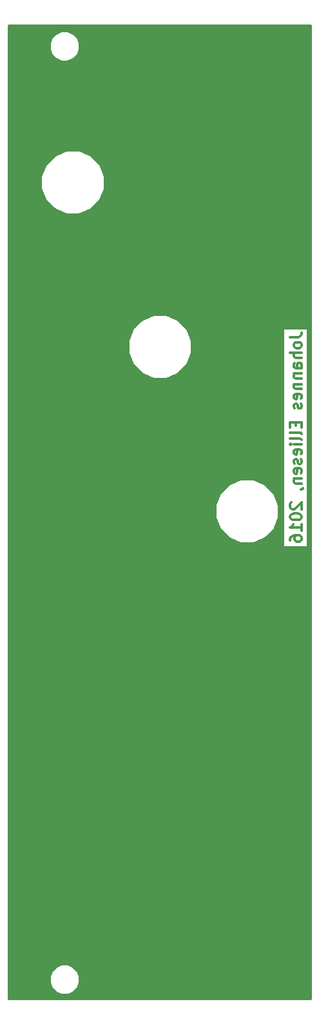
<source format=gbr>
G04 #@! TF.FileFunction,Copper,L2,Bot,Signal*
%FSLAX46Y46*%
G04 Gerber Fmt 4.6, Leading zero omitted, Abs format (unit mm)*
G04 Created by KiCad (PCBNEW 4.0.1-stable) date Samstag, 17. Dezember 2016 'u05' 12:05:26*
%MOMM*%
G01*
G04 APERTURE LIST*
%ADD10C,0.150000*%
%ADD11C,0.300000*%
%ADD12C,7.800000*%
%ADD13C,0.254000*%
G04 APERTURE END LIST*
D10*
D11*
X118053571Y-73346429D02*
X119125000Y-73346429D01*
X119339286Y-73275001D01*
X119482143Y-73132144D01*
X119553571Y-72917858D01*
X119553571Y-72775001D01*
X119553571Y-74275001D02*
X119482143Y-74132143D01*
X119410714Y-74060715D01*
X119267857Y-73989286D01*
X118839286Y-73989286D01*
X118696429Y-74060715D01*
X118625000Y-74132143D01*
X118553571Y-74275001D01*
X118553571Y-74489286D01*
X118625000Y-74632143D01*
X118696429Y-74703572D01*
X118839286Y-74775001D01*
X119267857Y-74775001D01*
X119410714Y-74703572D01*
X119482143Y-74632143D01*
X119553571Y-74489286D01*
X119553571Y-74275001D01*
X119553571Y-75417858D02*
X118053571Y-75417858D01*
X119553571Y-76060715D02*
X118767857Y-76060715D01*
X118625000Y-75989286D01*
X118553571Y-75846429D01*
X118553571Y-75632144D01*
X118625000Y-75489286D01*
X118696429Y-75417858D01*
X119553571Y-77417858D02*
X118767857Y-77417858D01*
X118625000Y-77346429D01*
X118553571Y-77203572D01*
X118553571Y-76917858D01*
X118625000Y-76775001D01*
X119482143Y-77417858D02*
X119553571Y-77275001D01*
X119553571Y-76917858D01*
X119482143Y-76775001D01*
X119339286Y-76703572D01*
X119196429Y-76703572D01*
X119053571Y-76775001D01*
X118982143Y-76917858D01*
X118982143Y-77275001D01*
X118910714Y-77417858D01*
X118553571Y-78132144D02*
X119553571Y-78132144D01*
X118696429Y-78132144D02*
X118625000Y-78203572D01*
X118553571Y-78346430D01*
X118553571Y-78560715D01*
X118625000Y-78703572D01*
X118767857Y-78775001D01*
X119553571Y-78775001D01*
X118553571Y-79489287D02*
X119553571Y-79489287D01*
X118696429Y-79489287D02*
X118625000Y-79560715D01*
X118553571Y-79703573D01*
X118553571Y-79917858D01*
X118625000Y-80060715D01*
X118767857Y-80132144D01*
X119553571Y-80132144D01*
X119482143Y-81417858D02*
X119553571Y-81275001D01*
X119553571Y-80989287D01*
X119482143Y-80846430D01*
X119339286Y-80775001D01*
X118767857Y-80775001D01*
X118625000Y-80846430D01*
X118553571Y-80989287D01*
X118553571Y-81275001D01*
X118625000Y-81417858D01*
X118767857Y-81489287D01*
X118910714Y-81489287D01*
X119053571Y-80775001D01*
X119482143Y-82060715D02*
X119553571Y-82203572D01*
X119553571Y-82489287D01*
X119482143Y-82632144D01*
X119339286Y-82703572D01*
X119267857Y-82703572D01*
X119125000Y-82632144D01*
X119053571Y-82489287D01*
X119053571Y-82275001D01*
X118982143Y-82132144D01*
X118839286Y-82060715D01*
X118767857Y-82060715D01*
X118625000Y-82132144D01*
X118553571Y-82275001D01*
X118553571Y-82489287D01*
X118625000Y-82632144D01*
X118767857Y-84489287D02*
X118767857Y-84989287D01*
X119553571Y-85203573D02*
X119553571Y-84489287D01*
X118053571Y-84489287D01*
X118053571Y-85203573D01*
X119553571Y-86060716D02*
X119482143Y-85917858D01*
X119339286Y-85846430D01*
X118053571Y-85846430D01*
X119553571Y-86846430D02*
X119482143Y-86703572D01*
X119339286Y-86632144D01*
X118053571Y-86632144D01*
X119553571Y-87417858D02*
X118553571Y-87417858D01*
X118053571Y-87417858D02*
X118125000Y-87346429D01*
X118196429Y-87417858D01*
X118125000Y-87489286D01*
X118053571Y-87417858D01*
X118196429Y-87417858D01*
X119482143Y-88703572D02*
X119553571Y-88560715D01*
X119553571Y-88275001D01*
X119482143Y-88132144D01*
X119339286Y-88060715D01*
X118767857Y-88060715D01*
X118625000Y-88132144D01*
X118553571Y-88275001D01*
X118553571Y-88560715D01*
X118625000Y-88703572D01*
X118767857Y-88775001D01*
X118910714Y-88775001D01*
X119053571Y-88060715D01*
X119482143Y-89346429D02*
X119553571Y-89489286D01*
X119553571Y-89775001D01*
X119482143Y-89917858D01*
X119339286Y-89989286D01*
X119267857Y-89989286D01*
X119125000Y-89917858D01*
X119053571Y-89775001D01*
X119053571Y-89560715D01*
X118982143Y-89417858D01*
X118839286Y-89346429D01*
X118767857Y-89346429D01*
X118625000Y-89417858D01*
X118553571Y-89560715D01*
X118553571Y-89775001D01*
X118625000Y-89917858D01*
X119482143Y-91203572D02*
X119553571Y-91060715D01*
X119553571Y-90775001D01*
X119482143Y-90632144D01*
X119339286Y-90560715D01*
X118767857Y-90560715D01*
X118625000Y-90632144D01*
X118553571Y-90775001D01*
X118553571Y-91060715D01*
X118625000Y-91203572D01*
X118767857Y-91275001D01*
X118910714Y-91275001D01*
X119053571Y-90560715D01*
X118553571Y-91917858D02*
X119553571Y-91917858D01*
X118696429Y-91917858D02*
X118625000Y-91989286D01*
X118553571Y-92132144D01*
X118553571Y-92346429D01*
X118625000Y-92489286D01*
X118767857Y-92560715D01*
X119553571Y-92560715D01*
X119482143Y-93346429D02*
X119553571Y-93346429D01*
X119696429Y-93275001D01*
X119767857Y-93203572D01*
X118196429Y-95060715D02*
X118125000Y-95132144D01*
X118053571Y-95275001D01*
X118053571Y-95632144D01*
X118125000Y-95775001D01*
X118196429Y-95846430D01*
X118339286Y-95917858D01*
X118482143Y-95917858D01*
X118696429Y-95846430D01*
X119553571Y-94989287D01*
X119553571Y-95917858D01*
X118053571Y-96846429D02*
X118053571Y-96989286D01*
X118125000Y-97132143D01*
X118196429Y-97203572D01*
X118339286Y-97275001D01*
X118625000Y-97346429D01*
X118982143Y-97346429D01*
X119267857Y-97275001D01*
X119410714Y-97203572D01*
X119482143Y-97132143D01*
X119553571Y-96989286D01*
X119553571Y-96846429D01*
X119482143Y-96703572D01*
X119410714Y-96632143D01*
X119267857Y-96560715D01*
X118982143Y-96489286D01*
X118625000Y-96489286D01*
X118339286Y-96560715D01*
X118196429Y-96632143D01*
X118125000Y-96703572D01*
X118053571Y-96846429D01*
X119553571Y-98775000D02*
X119553571Y-97917857D01*
X119553571Y-98346429D02*
X118053571Y-98346429D01*
X118267857Y-98203572D01*
X118410714Y-98060714D01*
X118482143Y-97917857D01*
X118053571Y-100060714D02*
X118053571Y-99775000D01*
X118125000Y-99632143D01*
X118196429Y-99560714D01*
X118410714Y-99417857D01*
X118696429Y-99346428D01*
X119267857Y-99346428D01*
X119410714Y-99417857D01*
X119482143Y-99489285D01*
X119553571Y-99632143D01*
X119553571Y-99917857D01*
X119482143Y-100060714D01*
X119410714Y-100132143D01*
X119267857Y-100203571D01*
X118910714Y-100203571D01*
X118767857Y-100132143D01*
X118696429Y-100060714D01*
X118625000Y-99917857D01*
X118625000Y-99632143D01*
X118696429Y-99489285D01*
X118767857Y-99417857D01*
X118910714Y-99346428D01*
D12*
X88825000Y-143150000D03*
X88825000Y-119025000D03*
X112975000Y-143150000D03*
X100900000Y-143175000D03*
X88850000Y-131100000D03*
X100900000Y-131075000D03*
X112950000Y-131100000D03*
X100900000Y-119025000D03*
X112975000Y-119025000D03*
D13*
G36*
X120715000Y-160190000D02*
X81060000Y-160190000D01*
X81060000Y-158051524D01*
X86432657Y-158051524D01*
X86733003Y-158778418D01*
X87288657Y-159335042D01*
X88015025Y-159636656D01*
X88801524Y-159637343D01*
X89528418Y-159336997D01*
X90085042Y-158781343D01*
X90386656Y-158054975D01*
X90387343Y-157268476D01*
X90086997Y-156541582D01*
X89531343Y-155984958D01*
X88804975Y-155683344D01*
X88018476Y-155682657D01*
X87291582Y-155983003D01*
X86734958Y-156538657D01*
X86433344Y-157265025D01*
X86432657Y-158051524D01*
X81060000Y-158051524D01*
X81060000Y-97002211D01*
X108172277Y-97002211D01*
X108806847Y-98537989D01*
X109980830Y-99714023D01*
X111515498Y-100351273D01*
X113177211Y-100352723D01*
X114712989Y-99718153D01*
X115889023Y-98544170D01*
X116526273Y-97009502D01*
X116527723Y-95347789D01*
X115893153Y-93812011D01*
X114719170Y-92635977D01*
X113184502Y-91998727D01*
X111522789Y-91997277D01*
X109987011Y-92631847D01*
X108810977Y-93805830D01*
X108173727Y-95340498D01*
X108172277Y-97002211D01*
X81060000Y-97002211D01*
X81060000Y-75402211D01*
X96747277Y-75402211D01*
X97381847Y-76937989D01*
X98555830Y-78114023D01*
X100090498Y-78751273D01*
X101752211Y-78752723D01*
X103287989Y-78118153D01*
X104464023Y-76944170D01*
X105101273Y-75409502D01*
X105102723Y-73747789D01*
X104468153Y-72212011D01*
X104431921Y-72175715D01*
X117140000Y-72175715D01*
X117140000Y-100874285D01*
X120310000Y-100874285D01*
X120310000Y-72175715D01*
X117140000Y-72175715D01*
X104431921Y-72175715D01*
X103294170Y-71035977D01*
X101759502Y-70398727D01*
X100097789Y-70397277D01*
X98562011Y-71031847D01*
X97385977Y-72205830D01*
X96748727Y-73740498D01*
X96747277Y-75402211D01*
X81060000Y-75402211D01*
X81060000Y-53827211D01*
X85297277Y-53827211D01*
X85931847Y-55362989D01*
X87105830Y-56539023D01*
X88640498Y-57176273D01*
X90302211Y-57177723D01*
X91837989Y-56543153D01*
X93014023Y-55369170D01*
X93651273Y-53834502D01*
X93652723Y-52172789D01*
X93018153Y-50637011D01*
X91844170Y-49460977D01*
X90309502Y-48823727D01*
X88647789Y-48822277D01*
X87112011Y-49456847D01*
X85935977Y-50630830D01*
X85298727Y-52165498D01*
X85297277Y-53827211D01*
X81060000Y-53827211D01*
X81060000Y-35511524D01*
X86412657Y-35511524D01*
X86713003Y-36238418D01*
X87268657Y-36795042D01*
X87995025Y-37096656D01*
X88781524Y-37097343D01*
X89508418Y-36796997D01*
X90065042Y-36241343D01*
X90366656Y-35514975D01*
X90367343Y-34728476D01*
X90066997Y-34001582D01*
X89511343Y-33444958D01*
X88784975Y-33143344D01*
X87998476Y-33142657D01*
X87271582Y-33443003D01*
X86714958Y-33998657D01*
X86413344Y-34725025D01*
X86412657Y-35511524D01*
X81060000Y-35511524D01*
X81060000Y-32360000D01*
X120715000Y-32360000D01*
X120715000Y-160190000D01*
X120715000Y-160190000D01*
G37*
X120715000Y-160190000D02*
X81060000Y-160190000D01*
X81060000Y-158051524D01*
X86432657Y-158051524D01*
X86733003Y-158778418D01*
X87288657Y-159335042D01*
X88015025Y-159636656D01*
X88801524Y-159637343D01*
X89528418Y-159336997D01*
X90085042Y-158781343D01*
X90386656Y-158054975D01*
X90387343Y-157268476D01*
X90086997Y-156541582D01*
X89531343Y-155984958D01*
X88804975Y-155683344D01*
X88018476Y-155682657D01*
X87291582Y-155983003D01*
X86734958Y-156538657D01*
X86433344Y-157265025D01*
X86432657Y-158051524D01*
X81060000Y-158051524D01*
X81060000Y-97002211D01*
X108172277Y-97002211D01*
X108806847Y-98537989D01*
X109980830Y-99714023D01*
X111515498Y-100351273D01*
X113177211Y-100352723D01*
X114712989Y-99718153D01*
X115889023Y-98544170D01*
X116526273Y-97009502D01*
X116527723Y-95347789D01*
X115893153Y-93812011D01*
X114719170Y-92635977D01*
X113184502Y-91998727D01*
X111522789Y-91997277D01*
X109987011Y-92631847D01*
X108810977Y-93805830D01*
X108173727Y-95340498D01*
X108172277Y-97002211D01*
X81060000Y-97002211D01*
X81060000Y-75402211D01*
X96747277Y-75402211D01*
X97381847Y-76937989D01*
X98555830Y-78114023D01*
X100090498Y-78751273D01*
X101752211Y-78752723D01*
X103287989Y-78118153D01*
X104464023Y-76944170D01*
X105101273Y-75409502D01*
X105102723Y-73747789D01*
X104468153Y-72212011D01*
X104431921Y-72175715D01*
X117140000Y-72175715D01*
X117140000Y-100874285D01*
X120310000Y-100874285D01*
X120310000Y-72175715D01*
X117140000Y-72175715D01*
X104431921Y-72175715D01*
X103294170Y-71035977D01*
X101759502Y-70398727D01*
X100097789Y-70397277D01*
X98562011Y-71031847D01*
X97385977Y-72205830D01*
X96748727Y-73740498D01*
X96747277Y-75402211D01*
X81060000Y-75402211D01*
X81060000Y-53827211D01*
X85297277Y-53827211D01*
X85931847Y-55362989D01*
X87105830Y-56539023D01*
X88640498Y-57176273D01*
X90302211Y-57177723D01*
X91837989Y-56543153D01*
X93014023Y-55369170D01*
X93651273Y-53834502D01*
X93652723Y-52172789D01*
X93018153Y-50637011D01*
X91844170Y-49460977D01*
X90309502Y-48823727D01*
X88647789Y-48822277D01*
X87112011Y-49456847D01*
X85935977Y-50630830D01*
X85298727Y-52165498D01*
X85297277Y-53827211D01*
X81060000Y-53827211D01*
X81060000Y-35511524D01*
X86412657Y-35511524D01*
X86713003Y-36238418D01*
X87268657Y-36795042D01*
X87995025Y-37096656D01*
X88781524Y-37097343D01*
X89508418Y-36796997D01*
X90065042Y-36241343D01*
X90366656Y-35514975D01*
X90367343Y-34728476D01*
X90066997Y-34001582D01*
X89511343Y-33444958D01*
X88784975Y-33143344D01*
X87998476Y-33142657D01*
X87271582Y-33443003D01*
X86714958Y-33998657D01*
X86413344Y-34725025D01*
X86412657Y-35511524D01*
X81060000Y-35511524D01*
X81060000Y-32360000D01*
X120715000Y-32360000D01*
X120715000Y-160190000D01*
M02*

</source>
